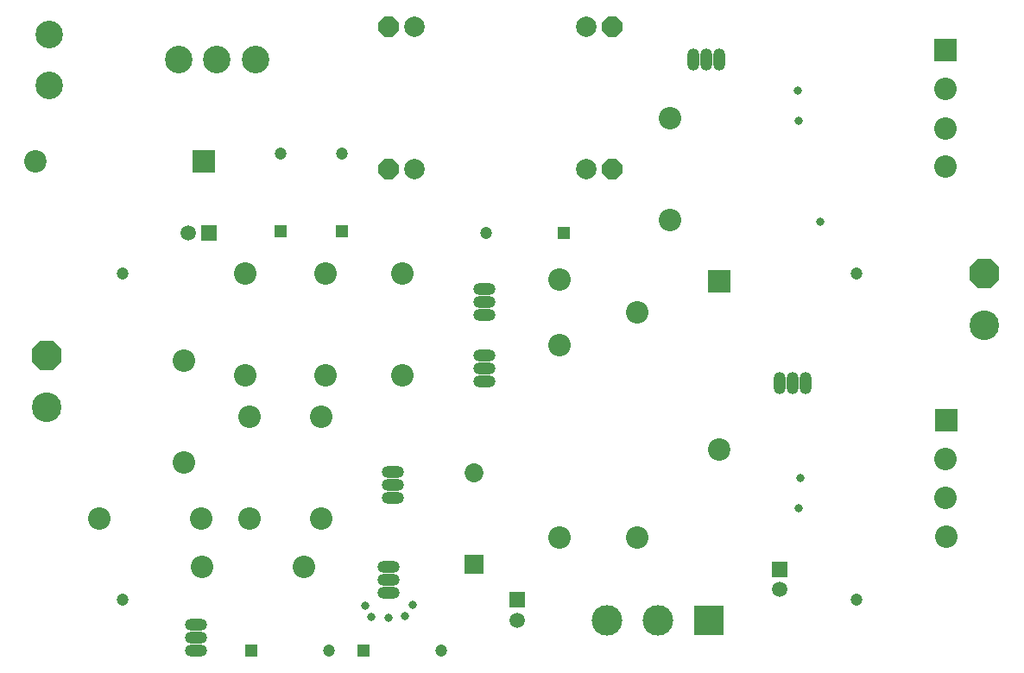
<source format=gbs>
G04*
G04 #@! TF.GenerationSoftware,Altium Limited,Altium Designer,20.0.11 (256)*
G04*
G04 Layer_Color=16711935*
%FSLAX25Y25*%
%MOIN*%
G70*
G01*
G75*
%ADD20O,0.04737X0.08674*%
%ADD21O,0.04737X0.08674*%
%ADD22O,0.08674X0.04737*%
%ADD23O,0.08674X0.04737*%
%ADD24C,0.08703*%
%ADD25R,0.07296X0.07296*%
%ADD26C,0.07296*%
%ADD27C,0.08661*%
%ADD28R,0.08661X0.08661*%
%ADD29R,0.08661X0.08661*%
%ADD30C,0.08674*%
%ADD31R,0.08674X0.08674*%
%ADD32C,0.10642*%
%ADD33P,0.12372X8X292.5*%
%ADD34C,0.11430*%
%ADD35R,0.11824X0.11824*%
%ADD36C,0.11824*%
%ADD37C,0.05918*%
%ADD38R,0.05918X0.05918*%
%ADD39C,0.04724*%
%ADD40R,0.04724X0.04724*%
%ADD41P,0.08537X8X202.5*%
%ADD42C,0.07887*%
%ADD43R,0.05918X0.05918*%
%ADD44R,0.04724X0.04724*%
%ADD45C,0.04737*%
%ADD46C,0.03162*%
D20*
X309055Y123031D02*
D03*
X265591Y248031D02*
D03*
D21*
X304055Y123031D02*
D03*
X299055D02*
D03*
X275591Y248031D02*
D03*
X270591D02*
D03*
D22*
X185039Y133858D02*
D03*
Y159606D02*
D03*
X73819Y19685D02*
D03*
X149606Y88740D02*
D03*
X148109Y42047D02*
D03*
D23*
X185039Y128858D02*
D03*
Y123858D02*
D03*
Y149606D02*
D03*
Y154606D02*
D03*
X73819Y24685D02*
D03*
Y29685D02*
D03*
X149606Y78740D02*
D03*
Y83740D02*
D03*
X148109Y47047D02*
D03*
Y52047D02*
D03*
D24*
X214148Y63450D02*
D03*
Y137859D02*
D03*
Y163056D02*
D03*
X244148Y150458D02*
D03*
Y63450D02*
D03*
D25*
X181102Y53150D02*
D03*
D26*
Y88583D02*
D03*
D27*
X11811Y208661D02*
D03*
X275589Y97434D02*
D03*
D28*
X76756Y208661D02*
D03*
D29*
X275589Y162379D02*
D03*
D30*
X363129Y221617D02*
D03*
Y236696D02*
D03*
X363189Y206693D02*
D03*
X363248Y63816D02*
D03*
X363189Y93819D02*
D03*
Y78740D02*
D03*
X256890Y186024D02*
D03*
Y225394D02*
D03*
X122047Y70866D02*
D03*
Y110236D02*
D03*
X75984Y51968D02*
D03*
X115354D02*
D03*
X36417Y70866D02*
D03*
X75787D02*
D03*
X92883Y125984D02*
D03*
Y165354D02*
D03*
X153543Y125984D02*
D03*
Y165354D02*
D03*
X94488Y70866D02*
D03*
Y110236D02*
D03*
X68898Y92520D02*
D03*
Y131890D02*
D03*
X123581Y125984D02*
D03*
Y165354D02*
D03*
D31*
X363189Y251693D02*
D03*
X363248Y108816D02*
D03*
D32*
X66929Y248031D02*
D03*
X16929Y257874D02*
D03*
Y238189D02*
D03*
X81890Y248031D02*
D03*
X96850D02*
D03*
D33*
X377953Y165354D02*
D03*
X16043Y133858D02*
D03*
D34*
X377953Y145354D02*
D03*
X16043Y113858D02*
D03*
D35*
X271654Y31496D02*
D03*
D36*
X251969D02*
D03*
X232283D02*
D03*
D37*
X197576Y31496D02*
D03*
X299213Y43307D02*
D03*
X70866Y181102D02*
D03*
D38*
X197576Y39370D02*
D03*
X299213Y51181D02*
D03*
D39*
X185776Y181102D02*
D03*
X168555Y19685D02*
D03*
X125000D02*
D03*
X106299Y211862D02*
D03*
X129921D02*
D03*
D40*
X215799Y181102D02*
D03*
X138531Y19685D02*
D03*
X94976D02*
D03*
D41*
X234409Y260827D02*
D03*
X147992D02*
D03*
X234409Y205709D02*
D03*
X147992D02*
D03*
D42*
X224410Y260827D02*
D03*
X157992D02*
D03*
X224410Y205709D02*
D03*
X157992D02*
D03*
D43*
X78740Y181102D02*
D03*
D44*
X106299Y181839D02*
D03*
X129921D02*
D03*
D45*
X328740Y165354D02*
D03*
X45276D02*
D03*
X328740Y39370D02*
D03*
X45276D02*
D03*
D46*
X306548Y74803D02*
D03*
X154553Y32975D02*
D03*
X148109Y32480D02*
D03*
X157262Y37303D02*
D03*
X141416Y32874D02*
D03*
X138955Y37205D02*
D03*
X306102Y236221D02*
D03*
X314676Y185324D02*
D03*
X306452Y224410D02*
D03*
X307087Y86614D02*
D03*
M02*

</source>
